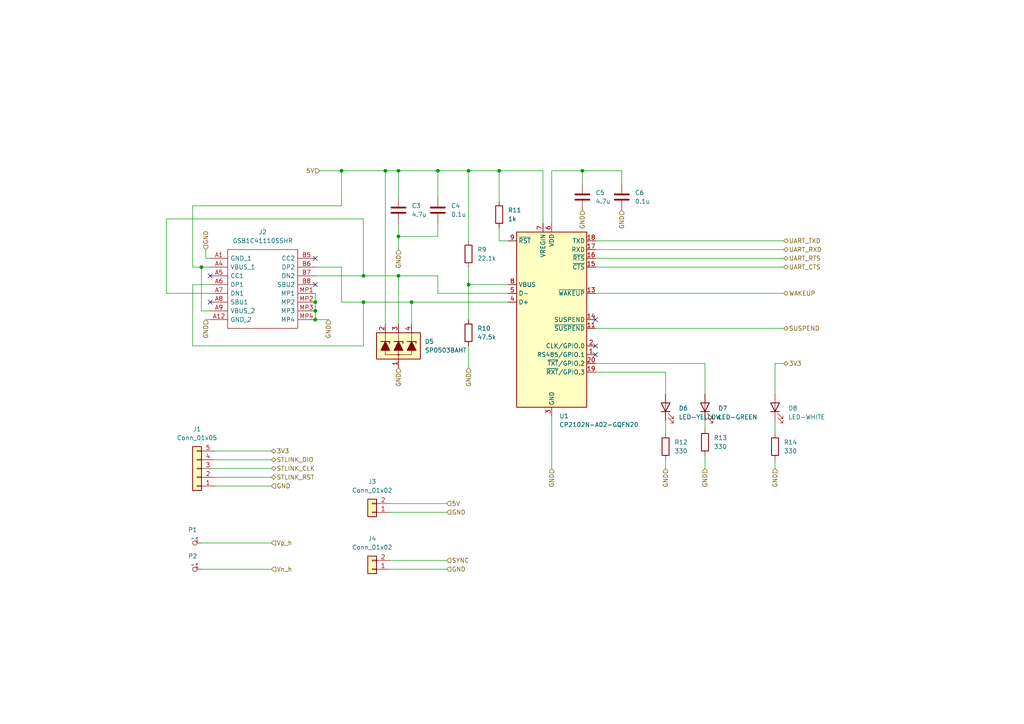
<source format=kicad_sch>
(kicad_sch (version 20231120) (generator "eeschema") (generator_version "8.0")
  (paper "A4")
  (lib_symbols
    (symbol "Connector_Generic:Conn_01x05" (pin_names (offset 1.016) hide)
      (property "Reference" "J" (at 0 7.62 0))
      (property "Value" "Conn_01x05" (at 0 -7.62 0))
      (symbol "Conn_01x05_1_1"
        (rectangle (start -1.27 -4.953) (end 0 -5.207) (stroke (width 0.1524)))
        (rectangle (start -1.27 -2.413) (end 0 -2.667) (stroke (width 0.1524)))
        (rectangle (start -1.27 0.127) (end 0 -0.127) (stroke (width 0.1524)))
        (rectangle (start -1.27 2.667) (end 0 2.413) (stroke (width 0.1524)))
        (rectangle (start -1.27 5.207) (end 0 4.953) (stroke (width 0.1524)))
        (rectangle (start -1.27 6.35) (end 1.27 -6.35) (stroke (width 0.254)) (fill (type background)))
        (pin passive line (at -5.08 5.08 0) (length 3.81) (name "Pin_1") (number "1"))
        (pin passive line (at -5.08 2.54 0) (length 3.81) (name "Pin_2") (number "2"))
        (pin passive line (at -5.08 0 0) (length 3.81) (name "Pin_3") (number "3"))
        (pin passive line (at -5.08 -2.54 0) (length 3.81) (name "Pin_4") (number "4"))
        (pin passive line (at -5.08 -5.08 0) (length 3.81) (name "Pin_5") (number "5"))
      )
    )
    (symbol "Device:LED" (pin_numbers hide) (pin_names (offset 1.016) hide)
      (property "Reference" "D" (at 0 2.54 0))
      (property "Value" "LED" (at 0 -2.54 0))
      (symbol "LED_0_1"
        (polyline (pts (xy -1.27 -1.27) (xy -1.27 1.27)) (stroke (width 0.254)))
        (polyline (pts (xy -1.27 0) (xy 1.27 0)))
        (polyline (pts (xy 1.27 -1.27) (xy 1.27 1.27) (xy -1.27 0) (xy 1.27 -1.27)) (stroke (width 0.254)))
        (polyline (pts (xy -3.048 -0.762) (xy -4.572 -2.286) (xy -3.81 -2.286) (xy -4.572 -2.286) (xy -4.572 -1.524)))
        (polyline (pts (xy -1.778 -0.762) (xy -3.302 -2.286) (xy -2.54 -2.286) (xy -3.302 -2.286) (xy -3.302 -1.524)))
      )
      (symbol "LED_1_1"
        (pin passive line (at -3.81 0 0) (length 2.54) (name "K") (number "1"))
        (pin passive line (at 3.81 0 180) (length 2.54) (name "A") (number "2"))
      )
    )
    (symbol "Interface_USB:CP2102N-Axx-xQFN20"
      (property "Reference" "U" (at -8.89 26.67 0))
      (property "Value" "CP2102N-Axx-xQFN20" (at 12.7 26.67 0))
      (symbol "CP2102N-Axx-xQFN20_0_1"
        (rectangle (start -10.16 25.4) (end 10.16 -25.4) (stroke (width 0.254)) (fill (type background)))
      )
      (symbol "CP2102N-Axx-xQFN20_1_1"
        (pin bidirectional line (at 12.7 -10.16 180) (length 2.54) (name "RS485/GPIO.1") (number "1"))
        (pin no_connect line (at -10.16 -22.86 0) (length 2.54) hide (name "NC") (number "10"))
        (pin output line (at 12.7 -2.54 180) (length 2.54) (name "~{SUSPEND}") (number "11"))
        (pin passive line (at 0 -27.94 90) (length 2.54) hide (name "GND") (number "12"))
        (pin input line (at 12.7 7.62 180) (length 2.54) (name "~{WAKEUP}") (number "13"))
        (pin output line (at 12.7 0 180) (length 2.54) (name "SUSPEND") (number "14"))
        (pin input line (at 12.7 15.24 180) (length 2.54) (name "~{CTS}") (number "15"))
        (pin output line (at 12.7 17.78 180) (length 2.54) (name "~{RTS}") (number "16"))
        (pin input line (at 12.7 20.32 180) (length 2.54) (name "RXD") (number "17"))
        (pin output line (at 12.7 22.86 180) (length 2.54) (name "TXD") (number "18"))
        (pin bidirectional line (at 12.7 -15.24 180) (length 2.54) (name "~{RXT}/GPIO.3") (number "19"))
        (pin bidirectional line (at 12.7 -7.62 180) (length 2.54) (name "CLK/GPIO.0") (number "2"))
        (pin bidirectional line (at 12.7 -12.7 180) (length 2.54) (name "~{TXT}/GPIO.2") (number "20"))
        (pin passive line (at 0 -27.94 90) (length 2.54) hide (name "GND") (number "21"))
        (pin power_in line (at 0 -27.94 90) (length 2.54) (name "GND") (number "3"))
        (pin bidirectional line (at -12.7 5.08 0) (length 2.54) (name "D+") (number "4"))
        (pin bidirectional line (at -12.7 7.62 0) (length 2.54) (name "D-") (number "5"))
        (pin power_in line (at 0 27.94 270) (length 2.54) (name "VDD") (number "6"))
        (pin power_in line (at -2.54 27.94 270) (length 2.54) (name "VREGIN") (number "7"))
        (pin input line (at -12.7 10.16 0) (length 2.54) (name "VBUS") (number "8"))
        (pin input line (at -12.7 22.86 0) (length 2.54) (name "~{RST}") (number "9"))
      )
    )
    (symbol "Mouser:GSB1C41110SSHR" (pin_names (offset 0.762))
      (property "Reference" "J" (at 26.67 7.62 0))
      (property "Value" "GSB1C41110SSHR" (at 26.67 5.08 0))
      (symbol "GSB1C41110SSHR_0_0"
        (pin passive line (at 0 0 0) (length 5.08) (name "GND_1") (number "A1"))
        (pin passive line (at 0 -17.78 0) (length 5.08) (name "GND_2") (number "A12"))
        (pin passive line (at 0 -2.54 0) (length 5.08) (name "VBUS_1") (number "A4"))
        (pin passive line (at 0 -5.08 0) (length 5.08) (name "CC1") (number "A5"))
        (pin passive line (at 0 -7.62 0) (length 5.08) (name "DP1") (number "A6"))
        (pin passive line (at 0 -10.16 0) (length 5.08) (name "DN1") (number "A7"))
        (pin passive line (at 0 -12.7 0) (length 5.08) (name "SBU1") (number "A8"))
        (pin passive line (at 0 -15.24 0) (length 5.08) (name "VBUS_2") (number "A9"))
        (pin passive line (at 30.48 0 180) (length 5.08) (name "CC2") (number "B5"))
        (pin passive line (at 30.48 -2.54 180) (length 5.08) (name "DP2") (number "B6"))
        (pin passive line (at 30.48 -5.08 180) (length 5.08) (name "DN2") (number "B7"))
        (pin passive line (at 30.48 -7.62 180) (length 5.08) (name "SBU2") (number "B8"))
        (pin passive line (at 30.48 -10.16 180) (length 5.08) (name "MP1") (number "MP1"))
        (pin passive line (at 30.48 -12.7 180) (length 5.08) (name "MP2") (number "MP2"))
        (pin passive line (at 30.48 -15.24 180) (length 5.08) (name "MP3") (number "MP3"))
        (pin passive line (at 30.48 -17.78 180) (length 5.08) (name "MP4") (number "MP4"))
      )
      (symbol "GSB1C41110SSHR_0_1"
        (polyline (pts (xy 5.08 2.54) (xy 25.4 2.54) (xy 25.4 -20.32) (xy 5.08 -20.32) (xy 5.08 2.54)) (stroke (width 0.1524)))
      )
    )
    (symbol "Mouser:PAD_hole2.6" (exclude_from_sim yes) (in_bom no) (on_board no)
      (property "Reference" "P" (at 1.016 1.778 0))
      (symbol "PAD_hole2.6_1_1"
        (pin input inverted (at -1.27 0 0) (length 2.54) (name "") (number "1"))
      )
    )
    (symbol "PCM_4ms_Connector:Conn_01x02" (pin_names (offset 1.016) hide)
      (property "Reference" "J" (at 0 2.54 0))
      (property "Value" "Conn_01x02" (at 0 -5.08 0))
      (symbol "Conn_01x02_1_1"
        (rectangle (start -1.27 -2.413) (end 0 -2.667) (stroke (width 0.1524)))
        (rectangle (start -1.27 0.127) (end 0 -0.127) (stroke (width 0.1524)))
        (rectangle (start -1.27 1.27) (end 1.27 -3.81) (stroke (width 0.254)) (fill (type background)))
        (pin passive line (at -5.08 0 0) (length 3.81) (name "Pin_1") (number "1"))
        (pin passive line (at -5.08 -2.54 0) (length 3.81) (name "Pin_2") (number "2"))
      )
    )
    (symbol "PCM_Capacitor_AKL:C_0402" (pin_numbers hide) (pin_names (offset 0.254))
      (property "Reference" "C" (at 0.635 2.54 0))
      (property "Value" "C_0402" (at 0.635 -2.54 0))
      (symbol "C_0402_0_1"
        (polyline (pts (xy -2.032 -0.762) (xy 2.032 -0.762)) (stroke (width 0.508)))
        (polyline (pts (xy -2.032 0.762) (xy 2.032 0.762)) (stroke (width 0.508)))
      )
      (symbol "C_0402_0_2"
        (polyline (pts (xy -2.54 -2.54) (xy -0.381 -0.381)))
        (polyline (pts (xy -0.508 -0.508) (xy -1.651 0.635)) (stroke (width 0.508)))
        (polyline (pts (xy -0.508 -0.508) (xy 0.635 -1.651)) (stroke (width 0.508)))
        (polyline (pts (xy 0.381 0.381) (xy 2.54 2.54)))
        (polyline (pts (xy 0.508 0.508) (xy -0.635 1.651)) (stroke (width 0.508)))
        (polyline (pts (xy 0.508 0.508) (xy 1.651 -0.635)) (stroke (width 0.508)))
      )
      (symbol "C_0402_1_1"
        (pin passive line (at 0 3.81 270) (length 2.794) (name "~") (number "1"))
        (pin passive line (at 0 -3.81 90) (length 2.794) (name "~") (number "2"))
      )
      (symbol "C_0402_1_2"
        (pin passive line (at 2.54 2.54 270) (length 0) (name "~") (number "1"))
        (pin passive line (at -2.54 -2.54 90) (length 0) (name "~") (number "2"))
      )
    )
    (symbol "PCM_Diode_TVS_AKL:SP0503BAHT" (pin_names (offset 1.016) hide)
      (property "Reference" "D" (at 7.62 1.27 0))
      (property "Value" "SP0503BAHT" (at 7.62 -1.27 0))
      (symbol "SP0503BAHT_0_1"
        (rectangle (start -6.35 3.81) (end 6.35 -3.81) (stroke (width 0.254)) (fill (type background)))
        (circle (center 0 -2.54) (radius 0.1778) (fill (type outline)))
        (polyline (pts (xy -3.81 1.27) (xy -3.81 2.54)))
        (polyline (pts (xy -3.81 2.54) (xy -3.81 3.81)))
        (polyline (pts (xy 0 -3.81) (xy 0 -2.54)))
        (polyline (pts (xy 0 -2.54) (xy 0 -1.27)))
        (polyline (pts (xy 0 1.27) (xy 0 2.54)))
        (polyline (pts (xy 0 2.54) (xy 0 3.81)))
        (polyline (pts (xy 3.81 1.27) (xy 3.81 2.54)))
        (polyline (pts (xy 3.81 2.54) (xy 3.81 3.81)))
        (polyline (pts (xy -3.81 -1.27) (xy -3.81 -2.54) (xy 3.81 -2.54) (xy 3.81 -1.27)) (stroke (width 0.1524)))
      )
      (symbol "SP0503BAHT_1_1"
        (polyline (pts (xy -5.08 1.27) (xy -2.54 1.27)) (stroke (width 0.254)))
        (polyline (pts (xy -3.81 -1.27) (xy -3.81 1.27)))
        (polyline (pts (xy -2.54 1.27) (xy -2.54 0.762)) (stroke (width 0.254)))
        (polyline (pts (xy -1.27 1.27) (xy 1.27 1.27)) (stroke (width 0.254)))
        (polyline (pts (xy 0 -1.27) (xy 0 1.27)))
        (polyline (pts (xy 1.27 1.27) (xy 1.27 0.762)) (stroke (width 0.254)))
        (polyline (pts (xy 2.54 1.27) (xy 5.08 1.27)) (stroke (width 0.254)))
        (polyline (pts (xy 3.81 -1.27) (xy 3.81 1.27)))
        (polyline (pts (xy 5.08 1.27) (xy 5.08 0.762)) (stroke (width 0.254)))
        (polyline (pts (xy -2.54 -1.27) (xy -5.08 -1.27) (xy -3.81 1.27) (xy -2.54 -1.27)) (stroke (width 0.254)) (fill (type outline)))
        (polyline (pts (xy 1.27 -1.27) (xy -1.27 -1.27) (xy 0 1.27) (xy 1.27 -1.27)) (stroke (width 0.254)) (fill (type outline)))
        (polyline (pts (xy 5.08 -1.27) (xy 2.54 -1.27) (xy 3.81 1.27) (xy 5.08 -1.27)) (stroke (width 0.254)) (fill (type outline)))
        (pin passive line (at 0 -6.35 90) (length 2.54) (name "VN") (number "1"))
        (pin passive line (at -3.81 6.35 270) (length 2.54) (name "L1") (number "2"))
        (pin passive line (at 0 6.35 270) (length 2.54) (name "L2") (number "3"))
        (pin passive line (at 3.81 6.35 270) (length 2.54) (name "L3") (number "4"))
      )
    )
    (symbol "PCM_Resistor_AKL:R_0402" (pin_numbers hide) (pin_names (offset 0))
      (property "Reference" "R" (at 2.54 1.27 0))
      (property "Value" "R_0402" (at 2.54 -1.27 0))
      (symbol "R_0402_0_1"
        (rectangle (start -1.016 2.54) (end 1.016 -2.54) (stroke (width 0.254)))
      )
      (symbol "R_0402_0_2"
        (polyline (pts (xy -2.54 -2.54) (xy -1.524 -1.524)))
        (polyline (pts (xy 1.524 1.524) (xy 2.54 2.54)))
        (polyline (pts (xy 1.524 1.524) (xy 0.889 2.159) (xy -2.159 -0.889) (xy -0.889 -2.159) (xy 2.159 0.889) (xy 1.524 1.524)) (stroke (width 0.254)))
      )
      (symbol "R_0402_1_1"
        (pin passive line (at 0 3.81 270) (length 1.27) (name "~") (number "1"))
        (pin passive line (at 0 -3.81 90) (length 1.27) (name "~") (number "2"))
      )
      (symbol "R_0402_1_2"
        (pin passive line (at 2.54 2.54 180) (length 0) (name "") (number "1"))
        (pin passive line (at -2.54 -2.54 0) (length 0) (name "") (number "2"))
      )
    )
  )
  (junction (at 127 49.53))
  (junction (at 115.57 80.01))
  (junction (at 144.78 49.53))
  (junction (at 115.57 49.53))
  (junction (at 91.44 92.71))
  (junction (at 99.06 49.53))
  (junction (at 135.89 49.53))
  (junction (at 135.89 82.55))
  (junction (at 119.38 87.63))
  (junction (at 91.44 90.17))
  (junction (at 91.44 87.63))
  (junction (at 105.41 80.01))
  (junction (at 168.91 49.53))
  (junction (at 58.42 77.47))
  (junction (at 111.76 49.53))
  (junction (at 105.41 87.63))
  (junction (at 115.57 68.58))
  (no_connect (at 91.44 82.55))
  (no_connect (at 60.96 87.63))
  (no_connect (at 172.72 92.71))
  (no_connect (at 91.44 74.93))
  (no_connect (at 172.72 102.87))
  (no_connect (at 172.72 100.33))
  (no_connect (at 60.96 80.01))
  (wire (pts (xy 127 80.01) (xy 127 85.09)))
  (wire (pts (xy 58.42 90.17) (xy 58.42 77.47)))
  (wire (pts (xy 62.23 130.81) (xy 78.74 130.81)))
  (wire (pts (xy 224.79 121.92) (xy 224.79 125.73)))
  (wire (pts (xy 115.57 68.58) (xy 115.57 72.39)))
  (wire (pts (xy 172.72 105.41) (xy 204.47 105.41)))
  (wire (pts (xy 91.44 90.17) (xy 91.44 92.71)))
  (wire (pts (xy 227.33 105.41) (xy 224.79 105.41)))
  (wire (pts (xy 62.23 135.89) (xy 78.74 135.89)))
  (wire (pts (xy 62.23 138.43) (xy 78.74 138.43)))
  (wire (pts (xy 135.89 49.53) (xy 135.89 69.85)))
  (wire (pts (xy 119.38 87.63) (xy 119.38 93.98)))
  (wire (pts (xy 105.41 87.63) (xy 105.41 100.33)))
  (wire (pts (xy 92.71 49.53) (xy 99.06 49.53)))
  (wire (pts (xy 48.26 63.5) (xy 105.41 63.5)))
  (wire (pts (xy 99.06 87.63) (xy 105.41 87.63)))
  (wire (pts (xy 160.02 64.77) (xy 160.02 49.53)))
  (wire (pts (xy 115.57 49.53) (xy 127 49.53)))
  (wire (pts (xy 60.96 90.17) (xy 58.42 90.17)))
  (wire (pts (xy 172.72 69.85) (xy 227.33 69.85)))
  (wire (pts (xy 113.03 165.1) (xy 129.54 165.1)))
  (wire (pts (xy 180.34 53.34) (xy 180.34 49.53)))
  (wire (pts (xy 135.89 106.68) (xy 135.89 100.33)))
  (wire (pts (xy 172.72 74.93) (xy 227.33 74.93)))
  (wire (pts (xy 99.06 59.69) (xy 99.06 49.53)))
  (wire (pts (xy 144.78 49.53) (xy 157.48 49.53)))
  (wire (pts (xy 115.57 49.53) (xy 115.57 57.15)))
  (wire (pts (xy 55.88 59.69) (xy 99.06 59.69)))
  (wire (pts (xy 99.06 77.47) (xy 99.06 87.63)))
  (wire (pts (xy 119.38 87.63) (xy 147.32 87.63)))
  (wire (pts (xy 144.78 49.53) (xy 144.78 58.42)))
  (wire (pts (xy 91.44 80.01) (xy 105.41 80.01)))
  (wire (pts (xy 105.41 100.33) (xy 55.88 100.33)))
  (wire (pts (xy 113.03 146.05) (xy 129.54 146.05)))
  (wire (pts (xy 127 85.09) (xy 147.32 85.09)))
  (wire (pts (xy 172.72 85.09) (xy 227.33 85.09)))
  (wire (pts (xy 224.79 105.41) (xy 224.79 114.3)))
  (wire (pts (xy 91.44 77.47) (xy 99.06 77.47)))
  (wire (pts (xy 144.78 66.04) (xy 144.78 69.85)))
  (wire (pts (xy 172.72 77.47) (xy 227.33 77.47)))
  (wire (pts (xy 127 49.53) (xy 127 57.15)))
  (wire (pts (xy 60.96 85.09) (xy 48.26 85.09)))
  (wire (pts (xy 135.89 82.55) (xy 135.89 92.71)))
  (wire (pts (xy 160.02 135.89) (xy 160.02 120.65)))
  (wire (pts (xy 55.88 100.33) (xy 55.88 82.55)))
  (wire (pts (xy 193.04 107.95) (xy 172.72 107.95)))
  (wire (pts (xy 135.89 77.47) (xy 135.89 82.55)))
  (wire (pts (xy 127 64.77) (xy 127 68.58)))
  (wire (pts (xy 58.42 165.1) (xy 78.74 165.1)))
  (wire (pts (xy 224.79 133.35) (xy 224.79 135.89)))
  (wire (pts (xy 160.02 49.53) (xy 168.91 49.53)))
  (wire (pts (xy 105.41 80.01) (xy 115.57 80.01)))
  (wire (pts (xy 193.04 121.92) (xy 193.04 125.73)))
  (wire (pts (xy 193.04 135.89) (xy 193.04 133.35)))
  (wire (pts (xy 59.69 74.93) (xy 60.96 74.93)))
  (wire (pts (xy 78.74 157.48) (xy 58.42 157.48)))
  (wire (pts (xy 105.41 87.63) (xy 119.38 87.63)))
  (wire (pts (xy 168.91 49.53) (xy 168.91 53.34)))
  (wire (pts (xy 135.89 82.55) (xy 147.32 82.55)))
  (wire (pts (xy 193.04 114.3) (xy 193.04 107.95)))
  (wire (pts (xy 204.47 132.08) (xy 204.47 135.89)))
  (wire (pts (xy 59.69 92.71) (xy 60.96 92.71)))
  (wire (pts (xy 127 68.58) (xy 115.57 68.58)))
  (wire (pts (xy 144.78 69.85) (xy 147.32 69.85)))
  (wire (pts (xy 59.69 72.39) (xy 59.69 74.93)))
  (wire (pts (xy 58.42 77.47) (xy 55.88 77.47)))
  (wire (pts (xy 157.48 49.53) (xy 157.48 64.77)))
  (wire (pts (xy 113.03 148.59) (xy 129.54 148.59)))
  (wire (pts (xy 91.44 85.09) (xy 91.44 87.63)))
  (wire (pts (xy 62.23 133.35) (xy 78.74 133.35)))
  (wire (pts (xy 204.47 124.46) (xy 204.47 121.92)))
  (wire (pts (xy 135.89 49.53) (xy 144.78 49.53)))
  (wire (pts (xy 115.57 64.77) (xy 115.57 68.58)))
  (wire (pts (xy 127 49.53) (xy 135.89 49.53)))
  (wire (pts (xy 99.06 49.53) (xy 111.76 49.53)))
  (wire (pts (xy 48.26 63.5) (xy 48.26 85.09)))
  (wire (pts (xy 60.96 77.47) (xy 58.42 77.47)))
  (wire (pts (xy 55.88 77.47) (xy 55.88 59.69)))
  (wire (pts (xy 180.34 49.53) (xy 168.91 49.53)))
  (wire (pts (xy 172.72 95.25) (xy 227.33 95.25)))
  (wire (pts (xy 115.57 80.01) (xy 127 80.01)))
  (wire (pts (xy 105.41 63.5) (xy 105.41 80.01)))
  (wire (pts (xy 91.44 87.63) (xy 91.44 90.17)))
  (wire (pts (xy 95.25 92.71) (xy 91.44 92.71)))
  (wire (pts (xy 172.72 72.39) (xy 227.33 72.39)))
  (wire (pts (xy 113.03 162.56) (xy 129.54 162.56)))
  (wire (pts (xy 111.76 49.53) (xy 111.76 93.98)))
  (wire (pts (xy 115.57 80.01) (xy 115.57 93.98)))
  (wire (pts (xy 55.88 82.55) (xy 60.96 82.55)))
  (wire (pts (xy 111.76 49.53) (xy 115.57 49.53)))
  (wire (pts (xy 204.47 105.41) (xy 204.47 114.3)))
  (wire (pts (xy 78.74 140.97) (xy 62.23 140.97)))
  (hierarchical_label "GND" (shape input) (at 115.57 106.68 270))
  (hierarchical_label "GND" (shape input) (at 59.69 72.39 90))
  (hierarchical_label "Vp_h" (shape input) (at 78.74 157.48 0))
  (hierarchical_label "UART_CTS" (shape bidirectional) (at 227.33 77.47 0))
  (hierarchical_label "WAKEUP" (shape bidirectional) (at 227.33 85.09 0))
  (hierarchical_label "Vn_h" (shape input) (at 78.74 165.1 0))
  (hierarchical_label "GND" (shape input) (at 78.74 140.97 0))
  (hierarchical_label "GND" (shape input) (at 180.34 60.96 270))
  (hierarchical_label "STLINK_RST" (shape bidirectional) (at 78.74 138.43 0))
  (hierarchical_label "GND" (shape input) (at 160.02 135.89 270))
  (hierarchical_label "GND" (shape input) (at 168.91 60.96 270))
  (hierarchical_label "GND" (shape input) (at 204.47 135.89 270))
  (hierarchical_label "GND" (shape input) (at 224.79 135.89 270))
  (hierarchical_label "GND" (shape input) (at 129.54 165.1 0))
  (hierarchical_label "5V" (shape input) (at 92.71 49.53 180))
  (hierarchical_label "3V3" (shape bidirectional) (at 78.74 130.81 0))
  (hierarchical_label "SUSPEND" (shape bidirectional) (at 227.33 95.25 0))
  (hierarchical_label "UART_RXD" (shape bidirectional) (at 227.33 72.39 0))
  (hierarchical_label "GND" (shape input) (at 193.04 135.89 270))
  (hierarchical_label "GND" (shape input) (at 115.57 72.39 270))
  (hierarchical_label "GND" (shape input) (at 129.54 148.59 0))
  (hierarchical_label "SYNC" (shape input) (at 129.54 162.56 0))
  (hierarchical_label "GND" (shape input) (at 95.25 92.71 270))
  (hierarchical_label "STLINK_DIO" (shape bidirectional) (at 78.74 133.35 0))
  (hierarchical_label "UART_RTS" (shape bidirectional) (at 227.33 74.93 0))
  (hierarchical_label "GND" (shape input) (at 135.89 106.68 270))
  (hierarchical_label "STLINK_CLK" (shape bidirectional) (at 78.74 135.89 0))
  (hierarchical_label "5V" (shape input) (at 129.54 146.05 0))
  (hierarchical_label "UART_TXD" (shape bidirectional) (at 227.33 69.85 0))
  (hierarchical_label "3V3" (shape bidirectional) (at 227.33 105.41 0))
  (hierarchical_label "GND" (shape input) (at 59.69 92.71 270))
  (symbol (lib_id "Interface_USB:CP2102N-Axx-xQFN20") (at 160.02 92.71 0) (unit 1)
    (property "Reference" "U1" (at 162.2141 120.65 0) (effects (justify left)))
    (property "Value" "CP2102N-A02-GQFN20" (at 162.2141 123.19 0) (effects (justify left)))
    (property "Footprint" "Mouser:CP2102NA02GQFN20" (effects (hide yes)))
    (property "Datasheet" "https://www.silabs.com/documents/public/data-sheets/cp2102n-datasheet.pdf" (effects (hide yes)))
    (property "Description" "USB to UART master bridge, QFN-20" (effects (hide yes)))
  )
  (symbol (lib_id "PCM_Capacitor_AKL:C_0402") (at 115.57 60.96 180) (unit 1)
    (property "Reference" "C3" (at 119.38 59.6899 0) (effects (justify right)))
    (property "Value" "4.7u" (at 119.38 62.2299 0) (effects (justify right)))
    (property "Footprint" "PCM_Capacitor_SMD_AKL:C_0805_2012Metric_Pad1.15x1.40mm" (effects (hide yes)))
    (property "Description" "SMD 0402 MLCC capacitor, Alternate KiCad Library" (effects (hide yes)))
  )
  (symbol (lib_id "Connector_Generic:Conn_01x05") (at 57.15 135.89 180) (unit 1)
    (property "Reference" "J1" (at 57.15 124.46 0))
    (property "Value" "Conn_01x05" (at 57.15 127 0))
    (property "Footprint" "Connector_PinSocket_2.54mm:PinSocket_1x05_P2.54mm_Vertical" (effects (hide yes)))
    (property "Description" "Generic connector, single row, 01x05, script generated (kicad-library-utils/schlib/autogen/connector/)" (effects (hide yes)))
  )
  (symbol (lib_id "Mouser:PAD_hole2.6") (at 57.15 157.48 180) (unit 1) (exclude_from_sim yes) (in_bom no)
    (property "Reference" "P1" (at 55.88 153.67 0))
    (property "Value" "~" (at 55.88 156.21 0))
    (property "Footprint" "Mouser:PAD_Hole_D2mm" (effects (hide yes)))
  )
  (symbol (lib_id "PCM_4ms_Connector:Conn_01x02") (at 107.95 148.59 180) (unit 1)
    (property "Reference" "J3" (at 107.95 139.7 0))
    (property "Value" "Conn_01x02" (at 107.95 142.24 0))
    (property "Footprint" "Connector_PinHeader_2.54mm:PinHeader_1x02_P2.54mm_Vertical" (effects (hide yes)))
    (property "Description" "HEADER 1x2 MALE PINS 0.100” 180deg" (effects (hide yes)))
    (property "Specifications" "Pins_01x02, Header, Male Pins, 1*2, spacing 2.54mm, straight pin" (effects (hide yes)))
    (property "Manufacturer" "TAD" (effects (hide yes)))
    (property "Part Number" "1-0201FBV0T" (effects (hide yes)))
  )
  (symbol (lib_id "Mouser:GSB1C41110SSHR") (at 60.96 74.93 0) (unit 1)
    (property "Reference" "J2" (at 76.2 67.31 0))
    (property "Value" "GSB1C41110SSHR" (at 76.2 69.85 0))
    (property "Footprint" "Mouser:GSB1C41110SSHR" (effects (hide yes)))
    (property "Datasheet" "https://cdn.amphenol-cs.com/media/wysiwyg/files/drawing/gsb1c41x10sshr-ax1.pdf" (effects (hide yes)))
    (property "Description" "USB2.0, Type C, Top mount, Center Height 1.63mm, Single Row Surface Mount" (effects (hide yes)))
    (property "Description_1" "USB2.0, Type C, Top mount, Center Height 1.63mm, Single Row Surface Mount" (effects (hide yes)))
    (property "Height" "3.41" (effects (hide yes)))
    (property "Manufacturer_Name" "Amphenol Communications Solutions" (effects (hide yes)))
    (property "Manufacturer_Part_Number" "GSB1C41110SSHR" (effects (hide yes)))
  )
  (symbol (lib_id "PCM_Diode_TVS_AKL:SP0503BAHT") (at 115.57 100.33 0) (unit 1)
    (property "Reference" "D5" (at 123.19 99.0599 0) (effects (justify left)))
    (property "Value" "SP0503BAHT" (at 123.19 101.5999 0) (effects (justify left)))
    (property "Footprint" "PCM_Package_TO_SOT_SMD_AKL:SOT-143" (effects (hide yes)))
    (property "Datasheet" "https://www.tme.eu/Document/ca7ed7e840192927c2f50631891ac6c9/SP05xxBA.pdf" (effects (hide yes)))
    (property "Description" "SOT-143 TVS Diode array, 3xUnidirectional, 5.5V, Alternate KiCAD Library" (effects (hide yes)))
  )
  (symbol (lib_id "PCM_4ms_Connector:Conn_01x02") (at 107.95 165.1 180) (unit 1)
    (property "Reference" "J4" (at 107.95 156.21 0))
    (property "Value" "Conn_01x02" (at 107.95 158.75 0))
    (property "Footprint" "Connector_PinHeader_2.54mm:PinHeader_1x02_P2.54mm_Vertical" (effects (hide yes)))
    (property "Description" "HEADER 1x2 MALE PINS 0.100” 180deg" (effects (hide yes)))
    (property "Specifications" "Pins_01x02, Header, Male Pins, 1*2, spacing 2.54mm, straight pin" (effects (hide yes)))
    (property "Manufacturer" "TAD" (effects (hide yes)))
    (property "Part Number" "1-0201FBV0T" (effects (hide yes)))
  )
  (symbol (lib_id "PCM_Resistor_AKL:R_0402") (at 135.89 96.52 180) (unit 1)
    (property "Reference" "R10" (at 138.43 95.2499 0) (effects (justify right)))
    (property "Value" "47.5k" (at 138.43 97.7899 0) (effects (justify right)))
    (property "Footprint" "PCM_Resistor_SMD_AKL:R_0402_1005Metric" (effects (hide yes)))
    (property "Description" "SMD 0402 Chip Resistor, European Symbol, Alternate KiCad Library" (effects (hide yes)))
  )
  (symbol (lib_id "PCM_Resistor_AKL:R_0402") (at 204.47 128.27 0) (unit 1)
    (property "Reference" "R13" (at 207.01 126.9999 0) (effects (justify left)))
    (property "Value" "330" (at 207.01 129.5399 0) (effects (justify left)))
    (property "Footprint" "PCM_Resistor_SMD_AKL:R_0402_1005Metric" (effects (hide yes)))
    (property "Description" "SMD 0402 Chip Resistor, European Symbol, Alternate KiCad Library" (effects (hide yes)))
  )
  (symbol (lib_id "Mouser:PAD_hole2.6") (at 57.15 165.1 180) (unit 1) (exclude_from_sim yes) (in_bom no)
    (property "Reference" "P2" (at 55.88 161.29 0))
    (property "Value" "~" (at 55.88 163.83 0))
    (property "Footprint" "Mouser:PAD_Hole_D2mm" (effects (hide yes)))
  )
  (symbol (lib_id "PCM_Resistor_AKL:R_0402") (at 144.78 62.23 180) (unit 1)
    (property "Reference" "R11" (at 147.32 60.9599 0) (effects (justify right)))
    (property "Value" "1k" (at 147.32 63.4999 0) (effects (justify right)))
    (property "Footprint" "PCM_Resistor_SMD_AKL:R_0402_1005Metric" (effects (hide yes)))
    (property "Description" "SMD 0402 Chip Resistor, European Symbol, Alternate KiCad Library" (effects (hide yes)))
  )
  (symbol (lib_id "Device:LED") (at 204.47 118.11 90) (unit 1)
    (property "Reference" "D7" (at 208.28 118.4274 90) (effects (justify right)))
    (property "Value" "LED-GREEN" (at 208.28 120.9674 90) (effects (justify right)))
    (property "Footprint" "LED_SMD:LED_0402_1005Metric" (effects (hide yes)))
    (property "Description" "Light emitting diode" (effects (hide yes)))
  )
  (symbol (lib_id "Device:LED") (at 224.79 118.11 90) (unit 1)
    (property "Reference" "D8" (at 228.6 118.4274 90) (effects (justify right)))
    (property "Value" "LED-WHITE" (at 228.6 120.9674 90) (effects (justify right)))
    (property "Footprint" "LED_SMD:LED_0402_1005Metric" (effects (hide yes)))
    (property "Description" "Light emitting diode" (effects (hide yes)))
  )
  (symbol (lib_id "Device:LED") (at 193.04 118.11 90) (unit 1)
    (property "Reference" "D6" (at 196.85 118.4274 90) (effects (justify right)))
    (property "Value" "LED-YELLOW" (at 196.85 120.9674 90) (effects (justify right)))
    (property "Footprint" "LED_SMD:LED_0402_1005Metric" (effects (hide yes)))
    (property "Description" "Light emitting diode" (effects (hide yes)))
  )
  (symbol (lib_id "PCM_Capacitor_AKL:C_0402") (at 127 60.96 180) (unit 1)
    (property "Reference" "C4" (at 130.81 59.6899 0) (effects (justify right)))
    (property "Value" "0.1u" (at 130.81 62.2299 0) (effects (justify right)))
    (property "Footprint" "PCM_Capacitor_SMD_AKL:C_0402_1005Metric" (effects (hide yes)))
    (property "Description" "SMD 0402 MLCC capacitor, Alternate KiCad Library" (effects (hide yes)))
  )
  (symbol (lib_id "PCM_Resistor_AKL:R_0402") (at 224.79 129.54 0) (unit 1)
    (property "Reference" "R14" (at 227.33 128.2699 0) (effects (justify left)))
    (property "Value" "330" (at 227.33 130.8099 0) (effects (justify left)))
    (property "Footprint" "PCM_Resistor_SMD_AKL:R_0402_1005Metric" (effects (hide yes)))
    (property "Description" "SMD 0402 Chip Resistor, European Symbol, Alternate KiCad Library" (effects (hide yes)))
  )
  (symbol (lib_id "PCM_Resistor_AKL:R_0402") (at 135.89 73.66 180) (unit 1)
    (property "Reference" "R9" (at 138.43 72.3899 0) (effects (justify right)))
    (property "Value" "22.1k" (at 138.43 74.9299 0) (effects (justify right)))
    (property "Footprint" "PCM_Resistor_SMD_AKL:R_0402_1005Metric" (effects (hide yes)))
    (property "Description" "SMD 0402 Chip Resistor, European Symbol, Alternate KiCad Library" (effects (hide yes)))
  )
  (symbol (lib_id "PCM_Capacitor_AKL:C_0402") (at 168.91 57.15 180) (unit 1)
    (property "Reference" "C5" (at 172.72 55.8799 0) (effects (justify right)))
    (property "Value" "4.7u" (at 172.72 58.4199 0) (effects (justify right)))
    (property "Footprint" "PCM_Capacitor_SMD_AKL:C_0805_2012Metric_Pad1.15x1.40mm" (effects (hide yes)))
    (property "Description" "SMD 0402 MLCC capacitor, Alternate KiCad Library" (effects (hide yes)))
  )
  (symbol (lib_id "PCM_Capacitor_AKL:C_0402") (at 180.34 57.15 180) (unit 1)
    (property "Reference" "C6" (at 184.15 55.8799 0) (effects (justify right)))
    (property "Value" "0.1u" (at 184.15 58.4199 0) (effects (justify right)))
    (property "Footprint" "PCM_Capacitor_SMD_AKL:C_0402_1005Metric" (effects (hide yes)))
    (property "Description" "SMD 0402 MLCC capacitor, Alternate KiCad Library" (effects (hide yes)))
  )
  (symbol (lib_id "PCM_Resistor_AKL:R_0402") (at 193.04 129.54 0) (unit 1)
    (property "Reference" "R12" (at 195.58 128.2699 0) (effects (justify left)))
    (property "Value" "330" (at 195.58 130.8099 0) (effects (justify left)))
    (property "Footprint" "PCM_Resistor_SMD_AKL:R_0402_1005Metric" (effects (hide yes)))
    (property "Description" "SMD 0402 Chip Resistor, European Symbol, Alternate KiCad Library" (effects (hide yes)))
  )
)
</source>
